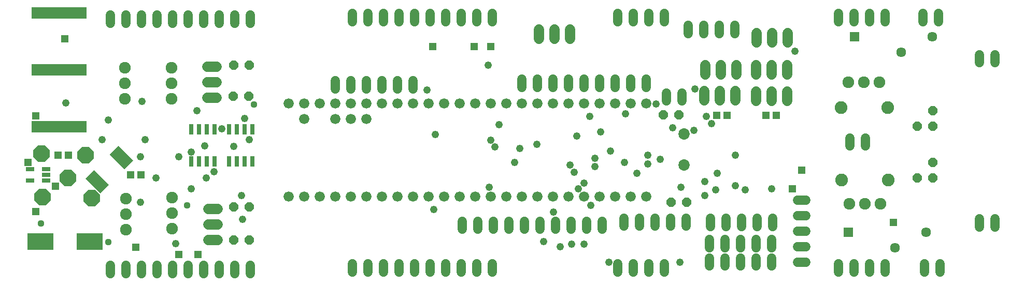
<source format=gbs>
G75*
%MOIN*%
%OFA0B0*%
%FSLAX25Y25*%
%IPPOS*%
%LPD*%
%AMOC8*
5,1,8,0,0,1.08239X$1,22.5*
%
%ADD10OC8,0.06000*%
%ADD11C,0.06800*%
%ADD12OC8,0.10800*%
%ADD13C,0.06600*%
%ADD14C,0.07550*%
%ADD15R,0.02900X0.07100*%
%ADD16C,0.07300*%
%ADD17C,0.06000*%
%ADD18R,0.16548X0.10643*%
%ADD19R,0.35800X0.07800*%
%ADD20R,0.06343X0.06343*%
%ADD21C,0.06343*%
%ADD22C,0.08200*%
%ADD23R,0.04737X0.05131*%
%ADD24R,0.07887X0.13398*%
%ADD25R,0.05524X0.03162*%
%ADD26C,0.04762*%
%ADD27R,0.04762X0.04762*%
%ADD28C,0.04369*%
D10*
X0251967Y0149681D03*
X0261967Y0149681D03*
X0261967Y0171020D03*
X0251967Y0171020D03*
X0251573Y0242634D03*
X0261573Y0242634D03*
X0261967Y0262594D03*
X0251967Y0262594D03*
X0528089Y0230665D03*
X0538089Y0230665D03*
X0533148Y0174209D03*
X0543148Y0174209D03*
X0691396Y0189799D03*
X0701396Y0189799D03*
X0701396Y0199799D03*
X0701396Y0223264D03*
X0691396Y0223264D03*
X0701396Y0233264D03*
D11*
X0607974Y0239366D02*
X0607974Y0245366D01*
X0597974Y0245366D02*
X0597974Y0239366D01*
X0587974Y0239366D02*
X0587974Y0245366D01*
X0574510Y0245681D02*
X0574510Y0239681D01*
X0564510Y0239681D02*
X0564510Y0245681D01*
X0554510Y0245681D02*
X0554510Y0239681D01*
X0555297Y0256374D02*
X0555297Y0262374D01*
X0565297Y0262374D02*
X0565297Y0256374D01*
X0575297Y0256374D02*
X0575297Y0262374D01*
X0587974Y0262453D02*
X0587974Y0256453D01*
X0597974Y0256453D02*
X0597974Y0262453D01*
X0607974Y0262453D02*
X0607974Y0256453D01*
X0608100Y0277335D02*
X0608100Y0283335D01*
X0598100Y0283335D02*
X0598100Y0277335D01*
X0588100Y0277335D02*
X0588100Y0283335D01*
X0468112Y0285382D02*
X0468112Y0279382D01*
X0458112Y0279382D02*
X0458112Y0285382D01*
X0448112Y0285382D02*
X0448112Y0279382D01*
X0240793Y0261650D02*
X0234793Y0261650D01*
X0234793Y0251650D02*
X0240793Y0251650D01*
X0240793Y0241650D02*
X0234793Y0241650D01*
X0235581Y0169988D02*
X0241581Y0169988D01*
X0241581Y0159988D02*
X0235581Y0159988D01*
X0235581Y0149988D02*
X0241581Y0149988D01*
D12*
X0160510Y0176807D03*
X0145116Y0189878D03*
X0129014Y0177516D03*
X0128069Y0205665D03*
X0156415Y0204484D03*
D13*
X0287100Y0177862D03*
X0297100Y0177862D03*
X0307100Y0177862D03*
X0317100Y0177862D03*
X0327100Y0177862D03*
X0337100Y0177862D03*
X0347100Y0177862D03*
X0357100Y0177862D03*
X0367100Y0177862D03*
X0377100Y0177862D03*
X0387100Y0177862D03*
X0397100Y0177862D03*
X0407100Y0177862D03*
X0417100Y0177862D03*
X0427100Y0177862D03*
X0437100Y0177862D03*
X0447100Y0177862D03*
X0457100Y0177862D03*
X0467100Y0177862D03*
X0477100Y0177862D03*
X0487100Y0177862D03*
X0497100Y0177862D03*
X0507100Y0177862D03*
X0517100Y0177862D03*
X0517100Y0237862D03*
X0507100Y0237862D03*
X0497100Y0237862D03*
X0487100Y0237862D03*
X0477100Y0237862D03*
X0467100Y0237862D03*
X0457100Y0237862D03*
X0447100Y0237862D03*
X0437100Y0237862D03*
X0427100Y0237862D03*
X0417100Y0237862D03*
X0407100Y0237862D03*
X0397100Y0237862D03*
X0387100Y0237862D03*
X0377100Y0237862D03*
X0367100Y0237862D03*
X0357100Y0237862D03*
X0347100Y0237862D03*
X0337100Y0237862D03*
X0327100Y0237862D03*
X0317100Y0237862D03*
X0307100Y0237862D03*
X0297100Y0237862D03*
X0287100Y0237862D03*
X0297100Y0227862D03*
X0317100Y0227862D03*
X0327100Y0227862D03*
X0337100Y0227862D03*
D14*
X0211793Y0240941D03*
X0211793Y0250941D03*
X0211793Y0260941D03*
X0181998Y0260862D03*
X0181998Y0250862D03*
X0181998Y0240862D03*
X0182675Y0176650D03*
X0182675Y0166650D03*
X0182675Y0156650D03*
X0212085Y0157043D03*
X0212085Y0167043D03*
X0212085Y0177043D03*
X0647852Y0173146D03*
X0657852Y0173146D03*
X0667852Y0173146D03*
X0667360Y0251394D03*
X0657360Y0251394D03*
X0647360Y0251394D03*
D15*
X0263955Y0221312D03*
X0258955Y0221312D03*
X0253955Y0221312D03*
X0248955Y0221312D03*
X0239545Y0221312D03*
X0234545Y0221312D03*
X0229545Y0221312D03*
X0224545Y0221312D03*
X0224545Y0200412D03*
X0229545Y0200412D03*
X0234545Y0200412D03*
X0239545Y0200412D03*
X0248955Y0200412D03*
X0253955Y0200412D03*
X0258955Y0200412D03*
X0263955Y0200412D03*
D16*
X0541435Y0198185D03*
X0541435Y0218185D03*
D17*
X0172557Y0133423D02*
X0172557Y0128223D01*
X0182557Y0128223D02*
X0182557Y0133423D01*
X0192557Y0133423D02*
X0192557Y0128223D01*
X0202557Y0128223D02*
X0202557Y0133423D01*
X0212557Y0133423D02*
X0212557Y0128223D01*
X0222557Y0128223D02*
X0222557Y0133423D01*
X0232557Y0133423D02*
X0232557Y0128223D01*
X0242557Y0128223D02*
X0242557Y0133423D01*
X0252557Y0133423D02*
X0252557Y0128223D01*
X0262557Y0128223D02*
X0262557Y0133423D01*
X0328069Y0134407D02*
X0328069Y0129207D01*
X0338069Y0129207D02*
X0338069Y0134407D01*
X0348069Y0134407D02*
X0348069Y0129207D01*
X0358069Y0129207D02*
X0358069Y0134407D01*
X0368069Y0134407D02*
X0368069Y0129207D01*
X0378069Y0129207D02*
X0378069Y0134407D01*
X0388069Y0134407D02*
X0388069Y0129207D01*
X0398069Y0129207D02*
X0398069Y0134407D01*
X0408069Y0134407D02*
X0408069Y0129207D01*
X0418069Y0129207D02*
X0418069Y0134407D01*
X0418935Y0156766D02*
X0418935Y0161966D01*
X0408935Y0161966D02*
X0408935Y0156766D01*
X0398935Y0156766D02*
X0398935Y0161966D01*
X0428935Y0161966D02*
X0428935Y0156766D01*
X0438935Y0156766D02*
X0438935Y0161966D01*
X0448935Y0161966D02*
X0448935Y0156766D01*
X0458935Y0156766D02*
X0458935Y0161966D01*
X0468935Y0161966D02*
X0468935Y0156766D01*
X0478935Y0156766D02*
X0478935Y0161966D01*
X0488935Y0161966D02*
X0488935Y0156766D01*
X0502872Y0158790D02*
X0502872Y0163990D01*
X0512872Y0163990D02*
X0512872Y0158790D01*
X0522872Y0158790D02*
X0522872Y0163990D01*
X0532872Y0163990D02*
X0532872Y0158790D01*
X0542872Y0158790D02*
X0542872Y0163990D01*
X0558667Y0163738D02*
X0558667Y0158538D01*
X0568667Y0158538D02*
X0568667Y0163738D01*
X0578667Y0163738D02*
X0578667Y0158538D01*
X0588667Y0158538D02*
X0588667Y0163738D01*
X0598667Y0163738D02*
X0598667Y0158538D01*
X0614563Y0155429D02*
X0619763Y0155429D01*
X0619763Y0145429D02*
X0614563Y0145429D01*
X0597793Y0144955D02*
X0597793Y0150155D01*
X0587793Y0150155D02*
X0587793Y0144955D01*
X0587793Y0138344D02*
X0587793Y0133144D01*
X0597793Y0133144D02*
X0597793Y0138344D01*
X0614563Y0135429D02*
X0619763Y0135429D01*
X0640963Y0134407D02*
X0640963Y0129207D01*
X0650963Y0129207D02*
X0650963Y0134407D01*
X0660963Y0134407D02*
X0660963Y0129207D01*
X0670963Y0129207D02*
X0670963Y0134407D01*
X0696081Y0134407D02*
X0696081Y0129207D01*
X0706081Y0129207D02*
X0706081Y0134407D01*
X0731514Y0158243D02*
X0731514Y0163443D01*
X0741514Y0163443D02*
X0741514Y0158243D01*
X0658344Y0210408D02*
X0658344Y0215608D01*
X0648344Y0215608D02*
X0648344Y0210408D01*
X0619763Y0175429D02*
X0614563Y0175429D01*
X0614563Y0165429D02*
X0619763Y0165429D01*
X0577793Y0150155D02*
X0577793Y0144955D01*
X0567793Y0144955D02*
X0567793Y0150155D01*
X0557793Y0150155D02*
X0557793Y0144955D01*
X0557793Y0138344D02*
X0557793Y0133144D01*
X0567793Y0133144D02*
X0567793Y0138344D01*
X0577793Y0138344D02*
X0577793Y0133144D01*
X0528738Y0134407D02*
X0528738Y0129207D01*
X0518738Y0129207D02*
X0518738Y0134407D01*
X0508738Y0134407D02*
X0508738Y0129207D01*
X0498738Y0129207D02*
X0498738Y0134407D01*
X0530234Y0239443D02*
X0530234Y0244643D01*
X0517203Y0248302D02*
X0517203Y0253502D01*
X0507203Y0253502D02*
X0507203Y0248302D01*
X0497203Y0248302D02*
X0497203Y0253502D01*
X0487203Y0253502D02*
X0487203Y0248302D01*
X0477203Y0248302D02*
X0477203Y0253502D01*
X0467203Y0253502D02*
X0467203Y0248302D01*
X0457203Y0248302D02*
X0457203Y0253502D01*
X0447203Y0253502D02*
X0447203Y0248302D01*
X0437203Y0248302D02*
X0437203Y0253502D01*
X0367065Y0252517D02*
X0367065Y0247317D01*
X0357065Y0247317D02*
X0357065Y0252517D01*
X0347065Y0252517D02*
X0347065Y0247317D01*
X0337065Y0247317D02*
X0337065Y0252517D01*
X0327065Y0252517D02*
X0327065Y0247317D01*
X0317065Y0247317D02*
X0317065Y0252517D01*
X0328069Y0290624D02*
X0328069Y0295824D01*
X0338069Y0295824D02*
X0338069Y0290624D01*
X0348069Y0290624D02*
X0348069Y0295824D01*
X0358069Y0295824D02*
X0358069Y0290624D01*
X0368069Y0290624D02*
X0368069Y0295824D01*
X0378069Y0295824D02*
X0378069Y0290624D01*
X0388069Y0290624D02*
X0388069Y0295824D01*
X0398069Y0295824D02*
X0398069Y0290624D01*
X0408069Y0290624D02*
X0408069Y0295824D01*
X0418069Y0295824D02*
X0418069Y0290624D01*
X0498738Y0290624D02*
X0498738Y0295824D01*
X0508738Y0295824D02*
X0508738Y0290624D01*
X0518738Y0290624D02*
X0518738Y0295824D01*
X0528738Y0295824D02*
X0528738Y0290624D01*
X0544211Y0288210D02*
X0544211Y0283010D01*
X0554211Y0283010D02*
X0554211Y0288210D01*
X0564211Y0288210D02*
X0564211Y0283010D01*
X0574211Y0283010D02*
X0574211Y0288210D01*
X0640963Y0290624D02*
X0640963Y0295824D01*
X0650963Y0295824D02*
X0650963Y0290624D01*
X0660963Y0290624D02*
X0660963Y0295824D01*
X0670963Y0295824D02*
X0670963Y0290624D01*
X0695077Y0290624D02*
X0695077Y0295824D01*
X0705077Y0295824D02*
X0705077Y0290624D01*
X0731494Y0269250D02*
X0731494Y0264050D01*
X0741494Y0264050D02*
X0741494Y0269250D01*
X0540234Y0244643D02*
X0540234Y0239443D01*
X0262557Y0289640D02*
X0262557Y0294840D01*
X0252557Y0294840D02*
X0252557Y0289640D01*
X0242557Y0289640D02*
X0242557Y0294840D01*
X0232557Y0294840D02*
X0232557Y0289640D01*
X0222557Y0289640D02*
X0222557Y0294840D01*
X0212557Y0294840D02*
X0212557Y0289640D01*
X0202557Y0289640D02*
X0202557Y0294840D01*
X0192557Y0294840D02*
X0192557Y0289640D01*
X0182557Y0289640D02*
X0182557Y0294840D01*
X0172557Y0294840D02*
X0172557Y0289640D01*
D18*
X0159156Y0148933D03*
X0127659Y0148933D03*
D19*
X0139439Y0222988D03*
X0139439Y0259602D03*
X0139439Y0296295D03*
D20*
X0647380Y0154858D03*
X0651317Y0280843D03*
D21*
X0681317Y0270843D03*
X0701317Y0280843D03*
X0697380Y0154858D03*
X0677380Y0144858D03*
D22*
X0673010Y0188402D03*
X0643010Y0188402D03*
X0642518Y0235154D03*
X0672518Y0235154D03*
D23*
X0600825Y0230232D03*
X0594132Y0230232D03*
X0569329Y0230232D03*
X0562636Y0230232D03*
X0192360Y0191846D03*
X0185667Y0191846D03*
X0145608Y0204642D03*
X0138915Y0204642D03*
D24*
G36*
X0156546Y0189392D02*
X0162123Y0194969D01*
X0171596Y0185496D01*
X0166019Y0179919D01*
X0156546Y0189392D01*
G37*
G36*
X0172136Y0204982D02*
X0177713Y0210559D01*
X0187186Y0201086D01*
X0181609Y0195509D01*
X0172136Y0204982D01*
G37*
D25*
X0131163Y0195587D03*
X0131163Y0191846D03*
X0131163Y0188106D03*
X0120880Y0188106D03*
X0120880Y0195587D03*
D26*
X0167360Y0214484D03*
X0191967Y0203657D03*
X0194919Y0214484D03*
X0216573Y0203657D03*
X0224447Y0206610D03*
X0233305Y0210547D03*
X0244132Y0221374D03*
X0258896Y0228264D03*
X0261848Y0214484D03*
X0252006Y0210055D03*
X0239211Y0193815D03*
X0234289Y0189878D03*
X0224447Y0182988D03*
X0201809Y0189878D03*
X0191967Y0174130D03*
X0214604Y0147555D03*
X0257419Y0163303D03*
X0256927Y0178559D03*
X0171297Y0227280D03*
X0192951Y0239091D03*
X0228384Y0233185D03*
X0143738Y0238106D03*
X0376163Y0246370D03*
X0415486Y0262457D03*
X0480726Y0229390D03*
X0487876Y0219559D03*
X0472683Y0216878D03*
X0494132Y0207047D03*
X0484301Y0202579D03*
X0484301Y0197217D03*
X0470896Y0193642D03*
X0468215Y0198110D03*
X0477152Y0186492D03*
X0473577Y0182917D03*
X0481620Y0172193D03*
X0457490Y0167724D03*
X0451234Y0148957D03*
X0461959Y0145382D03*
X0469108Y0147169D03*
X0477152Y0147169D03*
X0493238Y0135551D03*
X0538817Y0135551D03*
X0554904Y0178449D03*
X0562053Y0182024D03*
X0554904Y0187386D03*
X0562947Y0192748D03*
X0574565Y0184705D03*
X0580821Y0182024D03*
X0597801Y0182917D03*
X0574565Y0204366D03*
X0547754Y0220453D03*
X0559372Y0224921D03*
X0555797Y0229390D03*
X0534348Y0222240D03*
X0523624Y0237433D03*
X0503963Y0231177D03*
X0548648Y0247264D03*
X0612994Y0271394D03*
X0518262Y0204366D03*
X0526305Y0201685D03*
X0518262Y0199004D03*
X0511112Y0192748D03*
X0503069Y0199898D03*
X0539711Y0183811D03*
X0446766Y0211516D03*
X0436041Y0208835D03*
X0419955Y0209728D03*
X0417274Y0214197D03*
X0422636Y0224028D03*
X0381526Y0217772D03*
X0432467Y0199898D03*
X0416380Y0183811D03*
X0380632Y0169512D03*
D27*
X0228876Y0140665D03*
X0216573Y0140665D03*
X0189014Y0145094D03*
X0124545Y0168224D03*
X0137341Y0184465D03*
X0119624Y0199720D03*
X0124545Y0229740D03*
X0143246Y0279445D03*
X0379959Y0274524D03*
X0406533Y0274524D03*
X0417360Y0274524D03*
X0617163Y0194799D03*
X0611258Y0182988D03*
X0676219Y0161335D03*
D28*
X0264801Y0237122D03*
X0221986Y0172161D03*
X0171297Y0148539D03*
X0127990Y0160350D03*
M02*

</source>
